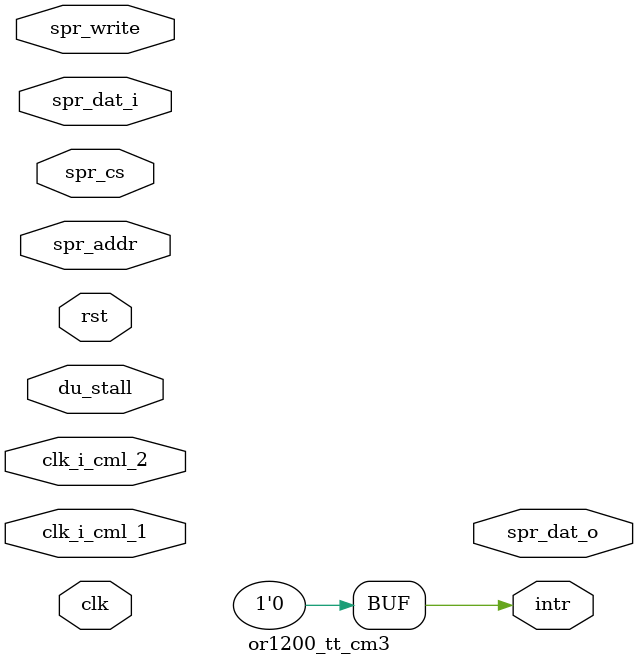
<source format=v>

`include "timescale.v"
// synopsys translate_on
`include "or1200_defines.v"

module or1200_tt_cm3(
		clk_i_cml_1,
		clk_i_cml_2,
		
	// RISC Internal Interface
	clk, rst, du_stall,
	spr_cs, spr_write, spr_addr, spr_dat_i, spr_dat_o,
	intr
);


input clk_i_cml_1;
input clk_i_cml_2;
reg  du_stall_cml_2;
reg  spr_write_cml_2;
reg [ 31 : 0 ] spr_addr_cml_2;
reg [ 31 : 0 ] spr_addr_cml_1;
reg [ 31 : 0 ] spr_dat_i_cml_2;
reg [ 31 : 0 ] spr_dat_i_cml_1;
reg [ 31 : 0 ] ttmr_cml_2;
reg [ 31 : 0 ] ttmr_cml_1;
reg [ 31 : 0 ] ttcr_cml_2;
reg [ 31 : 0 ] ttcr_cml_1;
reg  match_cml_2;



//
// RISC Internal Interface
//
input		clk;		// Clock
input		rst;		// Reset
input		du_stall;	// DU stall
input		spr_cs;		// SPR CS
input		spr_write;	// SPR Write
input	[31:0]	spr_addr;	// SPR Address
input	[31:0]	spr_dat_i;	// SPR Write Data
output	[31:0]	spr_dat_o;	// SPR Read Data
output		intr;		// Interrupt output

`ifdef OR1200_TT_IMPLEMENTED

//
// TT Mode Register bits (or no register)
//
`ifdef OR1200_TT_TTMR
reg	[31:0]	ttmr;	// TTMR bits
`else
wire	[31:0]	ttmr;	// No TTMR register
`endif

//
// TT Count Register bits (or no register)
//
`ifdef OR1200_TT_TTCR
reg	[31:0]	ttcr;	// TTCR bits
`else
wire	[31:0]	ttcr;	// No TTCR register
`endif

//
// Internal wires & regs
//
wire		ttmr_sel;	// TTMR select
wire		ttcr_sel;	// TTCR select
wire		match;		// Asserted when TTMR[TP]
				// is equal to TTCR[27:0]
wire		restart;	// Restart counter when asserted
wire		stop;		// Stop counter when asserted
reg	[31:0] 	spr_dat_o;	// SPR data out

//
// TT registers address decoder
//

// SynEDA CoreMultiplier
// assignment(s): ttmr_sel
// replace(s): spr_addr
assign ttmr_sel = (spr_cs && (spr_addr_cml_2[`OR1200_TTOFS_BITS] == `OR1200_TT_OFS_TTMR)) ? 1'b1 : 1'b0;

// SynEDA CoreMultiplier
// assignment(s): ttcr_sel
// replace(s): spr_addr
assign ttcr_sel = (spr_cs && (spr_addr_cml_2[`OR1200_TTOFS_BITS] == `OR1200_TT_OFS_TTCR)) ? 1'b1 : 1'b0;

//
// Write to TTMR or update of TTMR[IP] bit
//
`ifdef OR1200_TT_TTMR

// SynEDA CoreMultiplier
// assignment(s): ttmr
// replace(s): spr_write, spr_dat_i, ttmr, match
always @(posedge clk or posedge rst)
	if (rst)
		ttmr <= 32'b0;
	else begin  ttmr <= ttmr_cml_2; if (ttmr_sel && spr_write_cml_2)
		ttmr <= #1 spr_dat_i_cml_2;
	else if (ttmr_cml_2[`OR1200_TT_TTMR_IE])
		ttmr[`OR1200_TT_TTMR_IP] <= #1 ttmr_cml_2[`OR1200_TT_TTMR_IP] | (match_cml_2 & ttmr_cml_2[`OR1200_TT_TTMR_IE]); end
`else
assign ttmr = {2'b11, 30'b0};	// TTMR[M] = 0x3
`endif

//
// Write to or increment of TTCR
//
`ifdef OR1200_TT_TTCR

// SynEDA CoreMultiplier
// assignment(s): ttcr
// replace(s): spr_write, spr_dat_i, ttcr
always @(posedge clk or posedge rst)
	if (rst)
		ttcr <= 32'b0;
	else begin  ttcr <= ttcr_cml_2; if (restart)
		ttcr <= #1 32'b0;
	else if (ttcr_sel && spr_write_cml_2)
		ttcr <= #1 spr_dat_i_cml_2;
	else if (!stop)
		ttcr <= #1 ttcr_cml_2 + 32'd1; end
`else
assign ttcr = 32'b0;
`endif

//
// Read TT registers
//

// SynEDA CoreMultiplier
// assignment(s): spr_dat_o
// replace(s): spr_addr, ttmr, ttcr
always @(spr_addr_cml_1 or ttmr_cml_1 or ttcr_cml_1)
	case (spr_addr_cml_1[`OR1200_TTOFS_BITS])	// synopsys parallel_case
`ifdef OR1200_TT_READREGS
		`OR1200_TT_OFS_TTMR: spr_dat_o = ttmr_cml_1;
`endif
		default: spr_dat_o = ttcr_cml_1;
	endcase

//
// A match when TTMR[TP] is equal to TTCR[27:0]
//

// SynEDA CoreMultiplier
// assignment(s): match
// replace(s): ttmr, ttcr
assign match = (ttmr_cml_1[`OR1200_TT_TTMR_TP] == ttcr_cml_1[27:0]) ? 1'b1 : 1'b0;

//
// Restart when match and TTMR[M]==0x1
//

// SynEDA CoreMultiplier
// assignment(s): restart
// replace(s): ttmr, match
assign restart = match_cml_2 && (ttmr_cml_2[`OR1200_TT_TTMR_M] == 2'b01);

//
// Stop when match and TTMR[M]==0x2 or when TTMR[M]==0x0 or when RISC is stalled by debug unit
//

// SynEDA CoreMultiplier
// assignment(s): stop
// replace(s): du_stall, ttmr, match
assign stop = match_cml_2 & (ttmr_cml_2[`OR1200_TT_TTMR_M] == 2'b10) | (ttmr_cml_2[`OR1200_TT_TTMR_M] == 2'b00) | du_stall_cml_2;

//
// Generate an interrupt request
//

// SynEDA CoreMultiplier
// assignment(s): intr
// replace(s): ttmr
assign intr = ttmr_cml_1[`OR1200_TT_TTMR_IP];

`else

//
// When TT is not implemented, drive all outputs as would when TT is disabled
//
assign intr = 1'b0;

//
// Read TT registers
//
`ifdef OR1200_TT_READREGS
assign spr_dat_o = 32'b0;
`endif

`endif


always @ (posedge clk_i_cml_1) begin
spr_addr_cml_1 <= spr_addr;
spr_dat_i_cml_1 <= spr_dat_i;
ttmr_cml_1 <= ttmr;
ttcr_cml_1 <= ttcr;
end
always @ (posedge clk_i_cml_2) begin
du_stall_cml_2 <= du_stall;
spr_write_cml_2 <= spr_write;
spr_addr_cml_2 <= spr_addr_cml_1;
spr_dat_i_cml_2 <= spr_dat_i_cml_1;
ttmr_cml_2 <= ttmr_cml_1;
ttcr_cml_2 <= ttcr_cml_1;
match_cml_2 <= match;
end
endmodule


</source>
